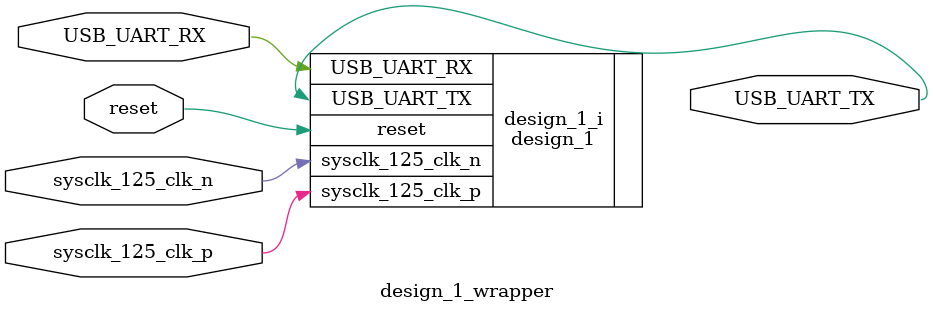
<source format=v>
`timescale 1 ps / 1 ps

module design_1_wrapper
   (USB_UART_RX,
    USB_UART_TX,
    reset,
    sysclk_125_clk_n,
    sysclk_125_clk_p);
  input USB_UART_RX;
  output USB_UART_TX;
  input reset;
  input sysclk_125_clk_n;
  input sysclk_125_clk_p;

  wire USB_UART_RX;
  wire USB_UART_TX;
  wire reset;
  wire sysclk_125_clk_n;
  wire sysclk_125_clk_p;

  design_1 design_1_i
       (.USB_UART_RX(USB_UART_RX),
        .USB_UART_TX(USB_UART_TX),
        .reset(reset),
        .sysclk_125_clk_n(sysclk_125_clk_n),
        .sysclk_125_clk_p(sysclk_125_clk_p));
endmodule

</source>
